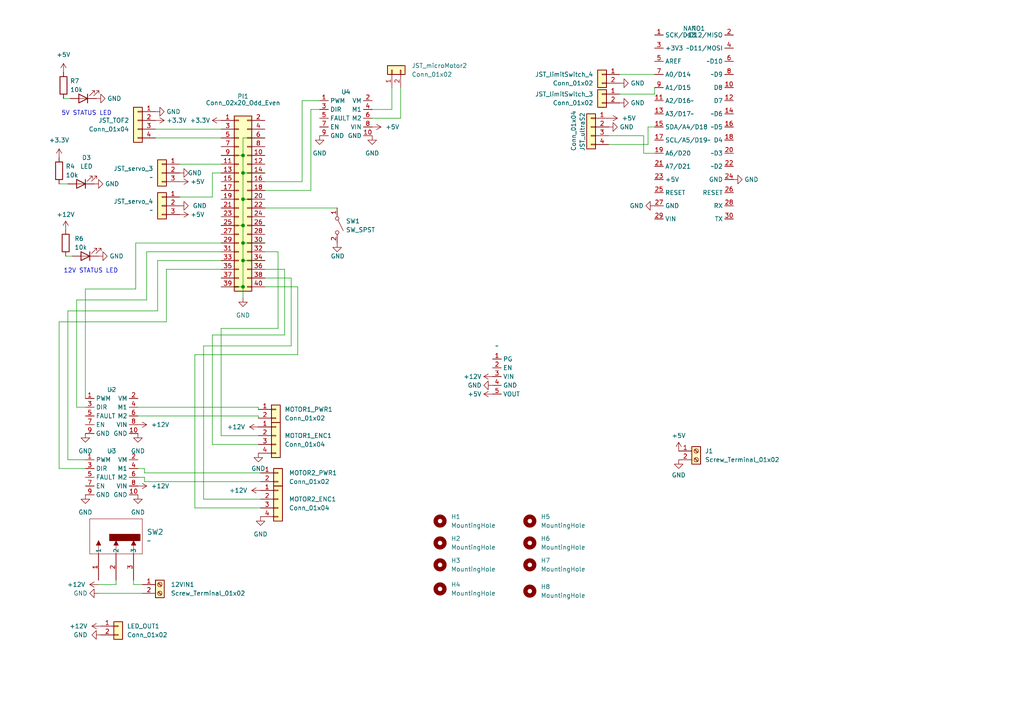
<source format=kicad_sch>
(kicad_sch (version 20230121) (generator eeschema)
  (paper "A4")
  (lib_symbols
    (symbol "Analog_Switch:OS102011MS2QN1" (pin_names (offset 0.254))
      (property "Reference" "SW" (at 13.97 8.255 0))
      (property "Value" "OS102011MS2QN1" (at 20.32 5.08 0))
      (symbol "OS102011MS2QN1_0_1"
        (polyline (pts (xy 7.62 -12.7) (xy 17.78 -12.7)) (stroke (width 0.127)))
        (polyline (pts (xy 7.62 -10.16) (xy 11.43 -10.16)) (stroke (width 0.127)))
        (polyline (pts (xy 7.62 -5.08) (xy 11.43 -5.08)) (stroke (width 0.127)))
        (polyline (pts (xy 7.62 0) (xy 11.43 0)) (stroke (width 0.127)))
        (polyline (pts (xy 7.62 2.54) (xy 7.62 -12.7)) (stroke (width 0.127)))
        (polyline (pts (xy 10.16 -9.525) (xy 10.16 -10.795)) (stroke (width 0.127)))
        (polyline (pts (xy 10.16 -4.445) (xy 10.16 -5.715)) (stroke (width 0.127)))
        (polyline (pts (xy 10.16 0.635) (xy 10.16 -0.635)) (stroke (width 0.127)))
        (polyline (pts (xy 11.43 -12.065) (xy 13.335 -12.065)) (stroke (width 0.127)))
        (polyline (pts (xy 11.43 -10.16) (xy 10.16 -10.795)) (stroke (width 0.127)))
        (polyline (pts (xy 11.43 -10.16) (xy 10.16 -9.525)) (stroke (width 0.127)))
        (polyline (pts (xy 11.43 -5.08) (xy 10.16 -5.715)) (stroke (width 0.127)))
        (polyline (pts (xy 11.43 -5.08) (xy 10.16 -4.445)) (stroke (width 0.127)))
        (polyline (pts (xy 11.43 -3.175) (xy 11.43 -12.065)) (stroke (width 0.127)))
        (polyline (pts (xy 11.43 0) (xy 10.16 -0.635)) (stroke (width 0.127)))
        (polyline (pts (xy 11.43 0) (xy 10.16 0.635)) (stroke (width 0.127)))
        (polyline (pts (xy 13.335 -12.065) (xy 13.335 -3.175)) (stroke (width 0.127)))
        (polyline (pts (xy 13.335 -3.175) (xy 11.43 -3.175)) (stroke (width 0.127)))
        (polyline (pts (xy 17.78 -12.7) (xy 17.78 2.54)) (stroke (width 0.127)))
        (polyline (pts (xy 17.78 2.54) (xy 7.62 2.54)) (stroke (width 0.127)))
        (polyline (pts (xy 10.16 -9.525) (xy 10.16 -10.795) (xy 11.43 -10.16)) (fill (type outline)))
        (polyline (pts (xy 10.16 -4.445) (xy 10.16 -5.715) (xy 11.43 -5.08)) (fill (type outline)))
        (polyline (pts (xy 10.16 0.635) (xy 10.16 -0.635) (xy 11.43 0)) (fill (type outline)))
        (polyline (pts (xy 11.43 -3.175) (xy 11.43 -12.065) (xy 13.335 -12.065) (xy 13.335 -3.175)) (fill (type outline)))
        (pin unspecified line (at 0 0 0) (length 7.62) (name "1") (number "1"))
        (pin unspecified line (at 0 -5.08 0) (length 7.62) (name "2") (number "2"))
        (pin unspecified line (at 0 -10.16 0) (length 7.62) (name "3") (number "3"))
      )
    )
    (symbol "Connector:Screw_Terminal_01x02" (pin_names (offset 1.016) hide)
      (property "Reference" "J" (at 0 2.54 0))
      (property "Value" "Screw_Terminal_01x02" (at 0 -5.08 0))
      (symbol "Screw_Terminal_01x02_1_1"
        (rectangle (start -1.27 1.27) (end 1.27 -3.81) (stroke (width 0.254)) (fill (type background)))
        (circle (center 0 -2.54) (radius 0.635) (stroke (width 0.1524)))
        (polyline (pts (xy -0.5334 -2.2098) (xy 0.3302 -3.048)) (stroke (width 0.1524)))
        (polyline (pts (xy -0.5334 0.3302) (xy 0.3302 -0.508)) (stroke (width 0.1524)))
        (polyline (pts (xy -0.3556 -2.032) (xy 0.508 -2.8702)) (stroke (width 0.1524)))
        (polyline (pts (xy -0.3556 0.508) (xy 0.508 -0.3302)) (stroke (width 0.1524)))
        (circle (center 0 0) (radius 0.635) (stroke (width 0.1524)))
        (pin passive line (at -5.08 0 0) (length 3.81) (name "Pin_1") (number "1"))
        (pin passive line (at -5.08 -2.54 0) (length 3.81) (name "Pin_2") (number "2"))
      )
    )
    (symbol "Connector_Generic:Conn_01x02" (pin_names (offset 1.016) hide)
      (property "Reference" "J" (at 0 2.54 0))
      (property "Value" "Conn_01x02" (at 0 -5.08 0))
      (symbol "Conn_01x02_1_1"
        (rectangle (start -1.27 -2.413) (end 0 -2.667) (stroke (width 0.1524)))
        (rectangle (start -1.27 0.127) (end 0 -0.127) (stroke (width 0.1524)))
        (rectangle (start -1.27 1.27) (end 1.27 -3.81) (stroke (width 0.254)) (fill (type background)))
        (pin passive line (at -5.08 0 0) (length 3.81) (name "Pin_1") (number "1"))
        (pin passive line (at -5.08 -2.54 0) (length 3.81) (name "Pin_2") (number "2"))
      )
    )
    (symbol "Connector_Generic:Conn_01x03" (pin_names (offset 1.016) hide)
      (property "Reference" "J" (at 0 5.08 0))
      (property "Value" "Conn_01x03" (at 0 -5.08 0))
      (symbol "Conn_01x03_1_1"
        (rectangle (start -1.27 -2.413) (end 0 -2.667) (stroke (width 0.1524)))
        (rectangle (start -1.27 0.127) (end 0 -0.127) (stroke (width 0.1524)))
        (rectangle (start -1.27 2.667) (end 0 2.413) (stroke (width 0.1524)))
        (rectangle (start -1.27 3.81) (end 1.27 -3.81) (stroke (width 0.254)) (fill (type background)))
        (pin passive line (at -5.08 2.54 0) (length 3.81) (name "Pin_1") (number "1"))
        (pin passive line (at -5.08 0 0) (length 3.81) (name "Pin_2") (number "2"))
        (pin passive line (at -5.08 -2.54 0) (length 3.81) (name "Pin_3") (number "3"))
      )
    )
    (symbol "Connector_Generic:Conn_01x04" (pin_names (offset 1.016) hide)
      (property "Reference" "J" (at 0 5.08 0))
      (property "Value" "Conn_01x04" (at 0 -7.62 0))
      (symbol "Conn_01x04_1_1"
        (rectangle (start -1.27 -4.953) (end 0 -5.207) (stroke (width 0.1524)))
        (rectangle (start -1.27 -2.413) (end 0 -2.667) (stroke (width 0.1524)))
        (rectangle (start -1.27 0.127) (end 0 -0.127) (stroke (width 0.1524)))
        (rectangle (start -1.27 2.667) (end 0 2.413) (stroke (width 0.1524)))
        (rectangle (start -1.27 3.81) (end 1.27 -6.35) (stroke (width 0.254)) (fill (type background)))
        (pin passive line (at -5.08 2.54 0) (length 3.81) (name "Pin_1") (number "1"))
        (pin passive line (at -5.08 0 0) (length 3.81) (name "Pin_2") (number "2"))
        (pin passive line (at -5.08 -2.54 0) (length 3.81) (name "Pin_3") (number "3"))
        (pin passive line (at -5.08 -5.08 0) (length 3.81) (name "Pin_4") (number "4"))
      )
    )
    (symbol "Connector_Generic:Conn_02x20_Odd_Even" (pin_names (offset 1.016) hide)
      (property "Reference" "J" (at 1.27 25.4 0))
      (property "Value" "Conn_02x20_Odd_Even" (at 1.27 -27.94 0))
      (symbol "Conn_02x20_Odd_Even_1_1"
        (rectangle (start -1.27 -25.273) (end 0 -25.527) (stroke (width 0.1524)))
        (rectangle (start -1.27 -22.733) (end 0 -22.987) (stroke (width 0.1524)))
        (rectangle (start -1.27 -20.193) (end 0 -20.447) (stroke (width 0.1524)))
        (rectangle (start -1.27 -17.653) (end 0 -17.907) (stroke (width 0.1524)))
        (rectangle (start -1.27 -15.113) (end 0 -15.367) (stroke (width 0.1524)))
        (rectangle (start -1.27 -12.573) (end 0 -12.827) (stroke (width 0.1524)))
        (rectangle (start -1.27 -10.033) (end 0 -10.287) (stroke (width 0.1524)))
        (rectangle (start -1.27 -7.493) (end 0 -7.747) (stroke (width 0.1524)))
        (rectangle (start -1.27 -4.953) (end 0 -5.207) (stroke (width 0.1524)))
        (rectangle (start -1.27 -2.413) (end 0 -2.667) (stroke (width 0.1524)))
        (rectangle (start -1.27 0.127) (end 0 -0.127) (stroke (width 0.1524)))
        (rectangle (start -1.27 2.667) (end 0 2.413) (stroke (width 0.1524)))
        (rectangle (start -1.27 5.207) (end 0 4.953) (stroke (width 0.1524)))
        (rectangle (start -1.27 7.747) (end 0 7.493) (stroke (width 0.1524)))
        (rectangle (start -1.27 10.287) (end 0 10.033) (stroke (width 0.1524)))
        (rectangle (start -1.27 12.827) (end 0 12.573) (stroke (width 0.1524)))
        (rectangle (start -1.27 15.367) (end 0 15.113) (stroke (width 0.1524)))
        (rectangle (start -1.27 17.907) (end 0 17.653) (stroke (width 0.1524)))
        (rectangle (start -1.27 20.447) (end 0 20.193) (stroke (width 0.1524)))
        (rectangle (start -1.27 22.987) (end 0 22.733) (stroke (width 0.1524)))
        (rectangle (start -1.27 24.13) (end 3.81 -26.67) (stroke (width 0.254)) (fill (type background)))
        (rectangle (start 3.81 -25.273) (end 2.54 -25.527) (stroke (width 0.1524)))
        (rectangle (start 3.81 -22.733) (end 2.54 -22.987) (stroke (width 0.1524)))
        (rectangle (start 3.81 -20.193) (end 2.54 -20.447) (stroke (width 0.1524)))
        (rectangle (start 3.81 -17.653) (end 2.54 -17.907) (stroke (width 0.1524)))
        (rectangle (start 3.81 -15.113) (end 2.54 -15.367) (stroke (width 0.1524)))
        (rectangle (start 3.81 -12.573) (end 2.54 -12.827) (stroke (width 0.1524)))
        (rectangle (start 3.81 -10.033) (end 2.54 -10.287) (stroke (width 0.1524)))
        (rectangle (start 3.81 -7.493) (end 2.54 -7.747) (stroke (width 0.1524)))
        (rectangle (start 3.81 -4.953) (end 2.54 -5.207) (stroke (width 0.1524)))
        (rectangle (start 3.81 -2.413) (end 2.54 -2.667) (stroke (width 0.1524)))
        (rectangle (start 3.81 0.127) (end 2.54 -0.127) (stroke (width 0.1524)))
        (rectangle (start 3.81 2.667) (end 2.54 2.413) (stroke (width 0.1524)))
        (rectangle (start 3.81 5.207) (end 2.54 4.953) (stroke (width 0.1524)))
        (rectangle (start 3.81 7.747) (end 2.54 7.493) (stroke (width 0.1524)))
        (rectangle (start 3.81 10.287) (end 2.54 10.033) (stroke (width 0.1524)))
        (rectangle (start 3.81 12.827) (end 2.54 12.573) (stroke (width 0.1524)))
        (rectangle (start 3.81 15.367) (end 2.54 15.113) (stroke (width 0.1524)))
        (rectangle (start 3.81 17.907) (end 2.54 17.653) (stroke (width 0.1524)))
        (rectangle (start 3.81 20.447) (end 2.54 20.193) (stroke (width 0.1524)))
        (rectangle (start 3.81 22.987) (end 2.54 22.733) (stroke (width 0.1524)))
        (pin passive line (at -5.08 22.86 0) (length 3.81) (name "Pin_1") (number "1"))
        (pin passive line (at 7.62 12.7 180) (length 3.81) (name "Pin_10") (number "10"))
        (pin passive line (at -5.08 10.16 0) (length 3.81) (name "Pin_11") (number "11"))
        (pin passive line (at 7.62 10.16 180) (length 3.81) (name "Pin_12") (number "12"))
        (pin passive line (at -5.08 7.62 0) (length 3.81) (name "Pin_13") (number "13"))
        (pin passive line (at 7.62 7.62 180) (length 3.81) (name "Pin_14") (number "14"))
        (pin passive line (at -5.08 5.08 0) (length 3.81) (name "Pin_15") (number "15"))
        (pin passive line (at 7.62 5.08 180) (length 3.81) (name "Pin_16") (number "16"))
        (pin passive line (at -5.08 2.54 0) (length 3.81) (name "Pin_17") (number "17"))
        (pin passive line (at 7.62 2.54 180) (length 3.81) (name "Pin_18") (number "18"))
        (pin passive line (at -5.08 0 0) (length 3.81) (name "Pin_19") (number "19"))
        (pin passive line (at 7.62 22.86 180) (length 3.81) (name "Pin_2") (number "2"))
        (pin passive line (at 7.62 0 180) (length 3.81) (name "Pin_20") (number "20"))
        (pin passive line (at -5.08 -2.54 0) (length 3.81) (name "Pin_21") (number "21"))
        (pin passive line (at 7.62 -2.54 180) (length 3.81) (name "Pin_22") (number "22"))
        (pin passive line (at -5.08 -5.08 0) (length 3.81) (name "Pin_23") (number "23"))
        (pin passive line (at 7.62 -5.08 180) (length 3.81) (name "Pin_24") (number "24"))
        (pin passive line (at -5.08 -7.62 0) (length 3.81) (name "Pin_25") (number "25"))
        (pin passive line (at 7.62 -7.62 180) (length 3.81) (name "Pin_26") (number "26"))
        (pin passive line (at -5.08 -10.16 0) (length 3.81) (name "Pin_27") (number "27"))
        (pin passive line (at 7.62 -10.16 180) (length 3.81) (name "Pin_28") (number "28"))
        (pin passive line (at -5.08 -12.7 0) (length 3.81) (name "Pin_29") (number "29"))
        (pin passive line (at -5.08 20.32 0) (length 3.81) (name "Pin_3") (number "3"))
        (pin passive line (at 7.62 -12.7 180) (length 3.81) (name "Pin_30") (number "30"))
        (pin passive line (at -5.08 -15.24 0) (length 3.81) (name "Pin_31") (number "31"))
        (pin passive line (at 7.62 -15.24 180) (length 3.81) (name "Pin_32") (number "32"))
        (pin passive line (at -5.08 -17.78 0) (length 3.81) (name "Pin_33") (number "33"))
        (pin passive line (at 7.62 -17.78 180) (length 3.81) (name "Pin_34") (number "34"))
        (pin passive line (at -5.08 -20.32 0) (length 3.81) (name "Pin_35") (number "35"))
        (pin passive line (at 7.62 -20.32 180) (length 3.81) (name "Pin_36") (number "36"))
        (pin passive line (at -5.08 -22.86 0) (length 3.81) (name "Pin_37") (number "37"))
        (pin passive line (at 7.62 -22.86 180) (length 3.81) (name "Pin_38") (number "38"))
        (pin passive line (at -5.08 -25.4 0) (length 3.81) (name "Pin_39") (number "39"))
        (pin passive line (at 7.62 20.32 180) (length 3.81) (name "Pin_4") (number "4"))
        (pin passive line (at 7.62 -25.4 180) (length 3.81) (name "Pin_40") (number "40"))
        (pin passive line (at -5.08 17.78 0) (length 3.81) (name "Pin_5") (number "5"))
        (pin passive line (at 7.62 17.78 180) (length 3.81) (name "Pin_6") (number "6"))
        (pin passive line (at -5.08 15.24 0) (length 3.81) (name "Pin_7") (number "7"))
        (pin passive line (at 7.62 15.24 180) (length 3.81) (name "Pin_8") (number "8"))
        (pin passive line (at -5.08 12.7 0) (length 3.81) (name "Pin_9") (number "9"))
      )
    )
    (symbol "Device:LED" (pin_numbers hide) (pin_names (offset 1.016) hide)
      (property "Reference" "D" (at 0 2.54 0))
      (property "Value" "LED" (at 0 -2.54 0))
      (symbol "LED_0_1"
        (polyline (pts (xy -1.27 -1.27) (xy -1.27 1.27)) (stroke (width 0.254)))
        (polyline (pts (xy -1.27 0) (xy 1.27 0)))
        (polyline (pts (xy 1.27 -1.27) (xy 1.27 1.27) (xy -1.27 0) (xy 1.27 -1.27)) (stroke (width 0.254)))
        (polyline (pts (xy -3.048 -0.762) (xy -4.572 -2.286) (xy -3.81 -2.286) (xy -4.572 -2.286) (xy -4.572 -1.524)))
        (polyline (pts (xy -1.778 -0.762) (xy -3.302 -2.286) (xy -2.54 -2.286) (xy -3.302 -2.286) (xy -3.302 -1.524)))
      )
      (symbol "LED_1_1"
        (pin passive line (at -3.81 0 0) (length 2.54) (name "K") (number "1"))
        (pin passive line (at 3.81 0 180) (length 2.54) (name "A") (number "2"))
      )
    )
    (symbol "Device:R" (pin_numbers hide) (pin_names (offset 0))
      (property "Reference" "R" (at 2.032 0 90))
      (property "Value" "R" (at 0 0 90))
      (symbol "R_0_1"
        (rectangle (start -1.016 -2.54) (end 1.016 2.54) (stroke (width 0.254)))
      )
      (symbol "R_1_1"
        (pin passive line (at 0 3.81 270) (length 1.27) (name "~") (number "1"))
        (pin passive line (at 0 -3.81 90) (length 1.27) (name "~") (number "2"))
      )
    )
    (symbol "MAX14870_1"
      (property "Reference" "U" (at 0 0 0))
      (symbol "MAX14870_1_1_1"
        (pin input line (at -7.62 -2.54 0) (length 2.54) (name "PWM") (number "1"))
        (pin input line (at 7.62 -12.7 180) (length 2.54) (name "GND") (number "10"))
        (pin input line (at 7.62 -2.54 180) (length 2.54) (name "VM") (number "2"))
        (pin input line (at -7.62 -5.08 0) (length 2.54) (name "DIR") (number "3"))
        (pin input line (at 7.62 -5.08 180) (length 2.54) (name "M1") (number "4"))
        (pin input line (at -7.62 -7.62 0) (length 2.54) (name "FAULT") (number "5"))
        (pin input line (at 7.62 -7.62 180) (length 2.54) (name "M2") (number "6"))
        (pin input line (at -7.62 -10.16 0) (length 2.54) (name "EN") (number "7"))
        (pin input line (at 7.62 -10.16 180) (length 2.54) (name "VIN") (number "8"))
        (pin input line (at -7.62 -12.7 0) (length 2.54) (name "GND") (number "9"))
      )
    )
    (symbol "MAX14870_2"
      (property "Reference" "U" (at 0 0 0))
      (symbol "MAX14870_2_1_1"
        (pin input line (at -7.62 -2.54 0) (length 2.54) (name "PWM") (number "1"))
        (pin input line (at 7.62 -12.7 180) (length 2.54) (name "GND") (number "10"))
        (pin input line (at 7.62 -2.54 180) (length 2.54) (name "VM") (number "2"))
        (pin input line (at -7.62 -5.08 0) (length 2.54) (name "DIR") (number "3"))
        (pin input line (at 7.62 -5.08 180) (length 2.54) (name "M1") (number "4"))
        (pin input line (at -7.62 -7.62 0) (length 2.54) (name "FAULT") (number "5"))
        (pin input line (at 7.62 -7.62 180) (length 2.54) (name "M2") (number "6"))
        (pin input line (at -7.62 -10.16 0) (length 2.54) (name "EN") (number "7"))
        (pin input line (at 7.62 -10.16 180) (length 2.54) (name "VIN") (number "8"))
        (pin input line (at -7.62 -12.7 0) (length 2.54) (name "GND") (number "9"))
      )
    )
    (symbol "Mechanical:MountingHole" (pin_names (offset 1.016))
      (property "Reference" "H" (at 0 5.08 0))
      (property "Value" "MountingHole" (at 0 3.175 0))
      (symbol "MountingHole_0_1"
        (circle (center 0 0) (radius 1.27) (stroke (width 1.27)))
      )
    )
    (symbol "New_Library:Arduino_Nano"
      (property "Reference" "U" (at 0 0 0))
      (symbol "Arduino_Nano_1_1"
        (pin free line (at -11.43 -2.54 0) (length 2.54) (name "SCK/D13") (number "1"))
        (pin bidirectional line (at 11.43 -17.78 180) (length 2.54) (name "D8") (number "10"))
        (pin bidirectional line (at -11.43 -21.59 0) (length 2.54) (name "A2/D16~") (number "11"))
        (pin bidirectional line (at 11.43 -21.59 180) (length 2.54) (name "D7") (number "12"))
        (pin bidirectional line (at -11.43 -25.4 0) (length 2.54) (name "A3/D17~") (number "13"))
        (pin bidirectional line (at 11.43 -25.4 180) (length 2.54) (name "~D6") (number "14"))
        (pin bidirectional line (at -11.43 -29.21 0) (length 2.54) (name "SDA/A4/D18") (number "15"))
        (pin bidirectional line (at 11.43 -29.21 180) (length 2.54) (name "~D5") (number "16"))
        (pin bidirectional line (at -11.43 -33.02 0) (length 2.54) (name "SCL/A5/D19~") (number "17"))
        (pin bidirectional line (at 11.43 -33.02 180) (length 2.54) (name "D4") (number "18"))
        (pin bidirectional line (at -11.43 -36.83 0) (length 2.54) (name "A6/D20") (number "19"))
        (pin bidirectional line (at 11.43 -2.54 180) (length 2.54) (name "~D12/MISO") (number "2"))
        (pin bidirectional line (at 11.43 -36.83 180) (length 2.54) (name "~D3") (number "20"))
        (pin bidirectional line (at -11.43 -40.64 0) (length 2.54) (name "A7/D21") (number "21"))
        (pin bidirectional line (at 11.43 -40.64 180) (length 2.54) (name "~D2") (number "22"))
        (pin bidirectional line (at -11.43 -44.45 0) (length 2.54) (name "+5V") (number "23"))
        (pin bidirectional line (at 11.43 -44.45 180) (length 2.54) (name "GND") (number "24"))
        (pin bidirectional line (at -11.43 -48.26 0) (length 2.54) (name "RESET") (number "25"))
        (pin bidirectional line (at 11.43 -48.26 180) (length 2.54) (name "RESET") (number "26"))
        (pin bidirectional line (at -11.43 -52.07 0) (length 2.54) (name "GND") (number "27"))
        (pin bidirectional line (at 11.43 -52.07 180) (length 2.54) (name "RX") (number "28"))
        (pin bidirectional line (at -11.43 -55.88 0) (length 2.54) (name "VIN") (number "29"))
        (pin free line (at -11.43 -6.35 0) (length 2.54) (name "+3V3") (number "3"))
        (pin bidirectional line (at 11.43 -55.88 180) (length 2.54) (name "TX") (number "30"))
        (pin bidirectional line (at 11.43 -6.35 180) (length 2.54) (name "~D11/MOSI") (number "4"))
        (pin bidirectional line (at -11.43 -10.16 0) (length 2.54) (name "AREF") (number "5"))
        (pin bidirectional line (at 11.43 -10.16 180) (length 2.54) (name "~D10") (number "6"))
        (pin bidirectional line (at -11.43 -13.97 0) (length 2.54) (name "A0/D14") (number "7"))
        (pin bidirectional line (at 11.43 -13.97 180) (length 2.54) (name "~D9") (number "8"))
        (pin bidirectional line (at -11.43 -17.78 0) (length 2.54) (name "A1/D15") (number "9"))
      )
    )
    (symbol "New_Library:D24V22F5"
      (property "Reference" "U" (at 0 0 0))
      (symbol "D24V22F5_1_1"
        (pin output line (at -1.27 -3.81 0) (length 2.54) (name "PG") (number "1"))
        (pin input line (at -1.27 -6.35 0) (length 2.54) (name "EN") (number "2"))
        (pin input line (at -1.27 -8.89 0) (length 2.54) (name "VIN") (number "3"))
        (pin passive line (at -1.27 -11.43 0) (length 2.54) (name "GND") (number "4"))
        (pin output line (at -1.27 -13.97 0) (length 2.54) (name "VOUT") (number "5"))
      )
    )
    (symbol "New_Library:MAX14870"
      (property "Reference" "U" (at 0 0 0))
      (symbol "MAX14870_1_1"
        (pin input line (at -7.62 -2.54 0) (length 2.54) (name "PWM") (number "1"))
        (pin input line (at 7.62 -12.7 180) (length 2.54) (name "GND") (number "10"))
        (pin input line (at 7.62 -2.54 180) (length 2.54) (name "VM") (number "2"))
        (pin input line (at -7.62 -5.08 0) (length 2.54) (name "DIR") (number "3"))
        (pin input line (at 7.62 -5.08 180) (length 2.54) (name "M1") (number "4"))
        (pin input line (at -7.62 -7.62 0) (length 2.54) (name "FAULT") (number "5"))
        (pin input line (at 7.62 -7.62 180) (length 2.54) (name "M2") (number "6"))
        (pin input line (at -7.62 -10.16 0) (length 2.54) (name "EN") (number "7"))
        (pin input line (at 7.62 -10.16 180) (length 2.54) (name "VIN") (number "8"))
        (pin input line (at -7.62 -12.7 0) (length 2.54) (name "GND") (number "9"))
      )
    )
    (symbol "Switch:SW_SPST" (pin_names (offset 0) hide)
      (property "Reference" "SW" (at 0 3.175 0))
      (property "Value" "SW_SPST" (at 0 -2.54 0))
      (symbol "SW_SPST_0_0"
        (circle (center -2.032 0) (radius 0.508))
        (polyline (pts (xy -1.524 0.254) (xy 1.524 1.778)))
        (circle (center 2.032 0) (radius 0.508))
      )
      (symbol "SW_SPST_1_1"
        (pin passive line (at -5.08 0 0) (length 2.54) (name "A") (number "1"))
        (pin passive line (at 5.08 0 180) (length 2.54) (name "B") (number "2"))
      )
    )
    (symbol "power:+12V" (power) (pin_names (offset 0))
      (property "Value" "+12V" (at 0 3.556 0))
      (symbol "+12V_0_1"
        (polyline (pts (xy -0.762 1.27) (xy 0 2.54)))
        (polyline (pts (xy 0 0) (xy 0 2.54)))
        (polyline (pts (xy 0 2.54) (xy 0.762 1.27)))
      )
      (symbol "+12V_1_1"
        (pin power_in line (at 0 0 90) (length 0) hide (name "+12V") (number "1"))
      )
    )
    (symbol "power:+3.3V" (power) (pin_names (offset 0))
      (property "Value" "+3.3V" (at 0 3.556 0))
      (symbol "+3.3V_0_1"
        (polyline (pts (xy -0.762 1.27) (xy 0 2.54)))
        (polyline (pts (xy 0 0) (xy 0 2.54)))
        (polyline (pts (xy 0 2.54) (xy 0.762 1.27)))
      )
      (symbol "+3.3V_1_1"
        (pin power_in line (at 0 0 90) (length 0) hide (name "+3.3V") (number "1"))
      )
    )
    (symbol "power:+5V" (power) (pin_names (offset 0))
      (property "Value" "+5V" (at 0 3.556 0))
      (symbol "+5V_0_1"
        (polyline (pts (xy -0.762 1.27) (xy 0 2.54)))
        (polyline (pts (xy 0 0) (xy 0 2.54)))
        (polyline (pts (xy 0 2.54) (xy 0.762 1.27)))
      )
      (symbol "+5V_1_1"
        (pin power_in line (at 0 0 90) (length 0) hide (name "+5V") (number "1"))
      )
    )
    (symbol "power:GND" (power) (pin_names (offset 0))
      (property "Value" "GND" (at 0 -3.81 0))
      (symbol "GND_0_1"
        (polyline (pts (xy 0 0) (xy 0 -1.27) (xy 1.27 -1.27) (xy 0 -2.54) (xy -1.27 -1.27) (xy 0 -1.27)))
      )
      (symbol "GND_1_1"
        (pin power_in line (at 0 0 270) (length 0) hide (name "GND") (number "1"))
      )
    )
  )
  (junction (at 70.485 75.565))
  (junction (at 70.485 45.085))
  (junction (at 70.485 70.485))
  (junction (at 70.485 83.185))
  (junction (at 70.485 65.405))
  (junction (at 70.485 57.785))
  (junction (at 70.485 50.165))
  (wire (pts (xy 52.07 47.625) (xy 64.135 47.625)))
  (wire (pts (xy 187.96 41.91) (xy 176.53 41.91)))
  (wire (pts (xy 87.63 29.21) (xy 92.71 29.21)))
  (wire (pts (xy 61.595 128.905) (xy 74.93 128.905)))
  (wire (pts (xy 41.91 135.89) (xy 41.91 137.16)))
  (wire (pts (xy 28.575 169.545) (xy 33.655 169.545)))
  (wire (pts (xy 70.485 83.185) (xy 70.485 86.36)))
  (wire (pts (xy 19.685 133.35) (xy 24.765 133.35)))
  (wire (pts (xy 86.36 102.87) (xy 86.36 83.185)))
  (wire (pts (xy 41.91 138.43) (xy 41.91 139.7)))
  (wire (pts (xy 59.055 100.33) (xy 59.055 144.78)))
  (wire (pts (xy 48.26 93.345) (xy 48.26 78.105)))
  (wire (pts (xy 70.485 75.565) (xy 70.485 83.185)))
  (wire (pts (xy 56.515 102.87) (xy 86.36 102.87)))
  (wire (pts (xy 24.765 83.82) (xy 39.37 83.82)))
  (wire (pts (xy 187.96 36.83) (xy 187.96 41.91)))
  (wire (pts (xy 33.655 169.545) (xy 33.655 168.275)))
  (wire (pts (xy 84.455 80.645) (xy 84.455 100.33)))
  (wire (pts (xy 40.005 120.65) (xy 74.93 120.65)))
  (wire (pts (xy 48.26 78.105) (xy 64.135 78.105)))
  (wire (pts (xy 186.69 39.37) (xy 186.69 44.45)))
  (wire (pts (xy 116.205 25.4) (xy 116.205 34.29)))
  (wire (pts (xy 22.225 118.11) (xy 22.225 86.995)))
  (wire (pts (xy 90.17 31.75) (xy 90.17 55.245)))
  (wire (pts (xy 64.135 126.365) (xy 74.93 126.365)))
  (wire (pts (xy 56.515 147.32) (xy 56.515 102.87)))
  (wire (pts (xy 75.565 147.32) (xy 56.515 147.32)))
  (wire (pts (xy 17.145 135.89) (xy 17.145 93.345)))
  (wire (pts (xy 176.53 39.37) (xy 186.69 39.37)))
  (wire (pts (xy 70.485 70.485) (xy 76.835 70.485)))
  (wire (pts (xy 61.595 50.165) (xy 61.595 57.15)))
  (wire (pts (xy 84.455 100.33) (xy 59.055 100.33)))
  (wire (pts (xy 24.765 135.89) (xy 17.145 135.89)))
  (wire (pts (xy 24.765 118.11) (xy 22.225 118.11)))
  (wire (pts (xy 40.005 138.43) (xy 41.91 138.43)))
  (wire (pts (xy 19.05 74.295) (xy 20.955 74.295)))
  (wire (pts (xy 70.485 65.405) (xy 70.485 70.485)))
  (wire (pts (xy 18.415 28.575) (xy 20.32 28.575)))
  (wire (pts (xy 64.135 45.085) (xy 70.485 45.085)))
  (wire (pts (xy 24.765 115.57) (xy 24.765 83.82)))
  (wire (pts (xy 45.72 75.565) (xy 45.72 90.17)))
  (wire (pts (xy 70.485 45.085) (xy 70.485 40.005)))
  (wire (pts (xy 70.485 45.085) (xy 70.485 50.165)))
  (wire (pts (xy 45.085 37.465) (xy 64.135 37.465)))
  (wire (pts (xy 41.275 172.085) (xy 28.575 172.085)))
  (wire (pts (xy 70.485 70.485) (xy 70.485 75.565)))
  (wire (pts (xy 116.205 34.29) (xy 107.95 34.29)))
  (wire (pts (xy 38.735 169.545) (xy 38.735 168.275)))
  (wire (pts (xy 74.93 118.11) (xy 74.93 118.745)))
  (wire (pts (xy 40.005 135.89) (xy 41.91 135.89)))
  (wire (pts (xy 113.665 31.75) (xy 113.665 25.4)))
  (wire (pts (xy 17.145 53.34) (xy 19.685 53.34)))
  (wire (pts (xy 179.705 27.305) (xy 189.865 27.305)))
  (wire (pts (xy 82.55 97.155) (xy 61.595 97.155)))
  (wire (pts (xy 76.835 80.645) (xy 84.455 80.645)))
  (wire (pts (xy 189.865 27.305) (xy 189.865 25.4)))
  (wire (pts (xy 39.37 70.485) (xy 64.135 70.485)))
  (wire (pts (xy 39.37 83.82) (xy 39.37 70.485)))
  (wire (pts (xy 70.485 65.405) (xy 64.135 65.405)))
  (wire (pts (xy 42.545 86.995) (xy 42.545 73.025)))
  (wire (pts (xy 76.835 73.025) (xy 80.645 73.025)))
  (wire (pts (xy 187.96 36.83) (xy 189.865 36.83)))
  (wire (pts (xy 61.595 50.165) (xy 64.135 50.165)))
  (wire (pts (xy 90.17 31.75) (xy 92.71 31.75)))
  (wire (pts (xy 64.135 95.25) (xy 64.135 126.365)))
  (wire (pts (xy 70.485 75.565) (xy 76.835 75.565)))
  (wire (pts (xy 42.545 73.025) (xy 64.135 73.025)))
  (wire (pts (xy 41.275 169.545) (xy 38.735 169.545)))
  (wire (pts (xy 70.485 50.165) (xy 70.485 57.785)))
  (wire (pts (xy 41.91 137.16) (xy 75.565 137.16)))
  (wire (pts (xy 70.485 57.785) (xy 76.835 57.785)))
  (wire (pts (xy 80.645 73.025) (xy 80.645 95.25)))
  (wire (pts (xy 22.225 86.995) (xy 42.545 86.995)))
  (wire (pts (xy 76.835 60.325) (xy 97.79 60.325)))
  (wire (pts (xy 70.485 50.165) (xy 76.835 50.165)))
  (wire (pts (xy 41.91 139.7) (xy 75.565 139.7)))
  (wire (pts (xy 70.485 57.785) (xy 70.485 65.405)))
  (wire (pts (xy 70.485 83.185) (xy 64.135 83.185)))
  (wire (pts (xy 70.485 40.005) (xy 76.835 40.005)))
  (wire (pts (xy 64.135 75.565) (xy 45.72 75.565)))
  (wire (pts (xy 107.95 31.75) (xy 113.665 31.75)))
  (wire (pts (xy 45.72 90.17) (xy 19.685 90.17)))
  (wire (pts (xy 186.69 44.45) (xy 189.865 44.45)))
  (wire (pts (xy 179.705 21.59) (xy 189.865 21.59)))
  (wire (pts (xy 19.685 90.17) (xy 19.685 133.35)))
  (wire (pts (xy 74.93 120.65) (xy 74.93 121.285)))
  (wire (pts (xy 61.595 57.15) (xy 52.07 57.15)))
  (wire (pts (xy 45.085 40.005) (xy 64.135 40.005)))
  (wire (pts (xy 40.005 118.11) (xy 74.93 118.11)))
  (wire (pts (xy 76.835 78.105) (xy 82.55 78.105)))
  (wire (pts (xy 80.645 95.25) (xy 64.135 95.25)))
  (wire (pts (xy 90.17 55.245) (xy 76.835 55.245)))
  (wire (pts (xy 61.595 97.155) (xy 61.595 128.905)))
  (wire (pts (xy 59.055 144.78) (xy 75.565 144.78)))
  (wire (pts (xy 82.55 78.105) (xy 82.55 97.155)))
  (wire (pts (xy 87.63 52.705) (xy 76.835 52.705)))
  (wire (pts (xy 17.145 93.345) (xy 48.26 93.345)))
  (wire (pts (xy 86.36 83.185) (xy 76.835 83.185)))
  (wire (pts (xy 87.63 29.21) (xy 87.63 52.705)))
  (text "5V STATUS LED\n" (at 17.78 33.655 0) (effects (font (size 1.27 1.27)) (justify left bottom)))
  (text "12V STATUS LED\n" (at 18.415 79.375 0) (effects (font (size 1.27 1.27)) (justify left bottom)))
  (symbol (lib_id "Connector_Generic:Conn_01x02") (at 174.625 27.305 0) (mirror y) (unit 1)
    (property "Reference" "JST_limitSwitch_3" (at 172.085 27.305 0) (effects (justify left)))
    (property "Value" "Conn_01x02" (at 172.085 29.845 0) (effects (justify left)))
    (property "Footprint" "Connector_JST:JST_PH_B2B-PH-K_1x02_P2.00mm_Vertical" (effects hide))
  )
  (symbol (lib_id "Mechanical:MountingHole") (at 153.67 171.45 0) (unit 1)
    (property "Reference" "H8" (at 156.845 170.18 0) (effects (justify left)))
    (property "Value" "MountingHole" (at 156.845 172.72 0) (effects (justify left)))
    (property "Footprint" "MountingHole:MountingHole_2.7mm_M2.5_Pad" (effects hide))
  )
  (symbol (lib_id "Connector_Generic:Conn_02x20_Odd_Even") (at 69.215 57.785 0) (unit 1)
    (property "Reference" "PI1" (at 70.485 27.94 0))
    (property "Value" "Conn_02x20_Odd_Even" (at 70.485 29.845 0))
    (property "Footprint" "Connector_PinHeader_2.54mm:PinHeader_2x20_P2.54mm_Vertical" (effects hide))
  )
  (symbol (lib_id "power:GND") (at 92.71 39.37 0) (unit 1)
    (property "Reference" "#PWR017" (effects hide))
    (property "Value" "GND" (at 92.71 44.45 0))
  )
  (symbol (lib_id "power:GND") (at 28.575 74.295 90) (unit 1)
    (property "Reference" "#PWR033" (effects hide))
    (property "Value" "GND" (at 31.75 74.295 90) (effects (justify right)))
  )
  (symbol (lib_id "Device:R") (at 18.415 24.765 180) (unit 1)
    (property "Reference" "R7" (at 20.32 23.495 0) (effects (justify right)))
    (property "Value" "10k" (at 20.32 26.035 0) (effects (justify right)))
    (property "Footprint" "Resistor_SMD:R_0603_1608Metric" (effects hide))
  )
  (symbol (lib_id "power:GND") (at 75.565 149.86 0) (unit 1)
    (property "Reference" "#PWR04" (effects hide))
    (property "Value" "GND" (at 75.565 154.94 0))
  )
  (symbol (lib_id "power:+12V") (at 142.875 109.22 90) (unit 1)
    (property "Reference" "#PWR034" (effects hide))
    (property "Value" "+12V" (at 139.7 109.22 90) (effects (justify left)))
  )
  (symbol (lib_id "Connector:Screw_Terminal_01x02") (at 201.93 130.81 0) (unit 1)
    (property "Reference" "J1" (at 204.47 130.81 0) (effects (justify left)))
    (property "Value" "Screw_Terminal_01x02" (at 204.47 133.35 0) (effects (justify left)))
    (property "Footprint" "TerminalBlock:TerminalBlock_Altech_AK300-2_P5.00mm" (effects hide))
  )
  (symbol (lib_id "power:+5V") (at 52.07 62.23 270) (unit 1)
    (property "Reference" "#PWR030" (effects hide))
    (property "Value" "+5V" (at 55.245 62.23 90) (effects (justify left)))
  )
  (symbol (lib_id "power:GND") (at 176.53 36.83 90) (unit 1)
    (property "Reference" "#PWR02" (effects hide))
    (property "Value" "GND" (at 179.705 36.83 90) (effects (justify right)))
  )
  (symbol (lib_id "Analog_Switch:OS102011MS2QN1") (at 28.575 168.275 90) (unit 1)
    (property "Reference" "SW2" (at 42.545 154.305 90) (effects (font (size 1.524 1.524)) (justify right)))
    (property "Value" "~" (at 42.545 156.845 90) (effects (font (size 1.524 1.524)) (justify right)))
    (property "Footprint" "Button_Switch_THT:Generic_Slide_Switch" (effects hide))
  )
  (symbol (lib_id "power:+5V") (at 196.85 130.81 0) (unit 1)
    (property "Reference" "#PWR048" (effects hide))
    (property "Value" "+5V" (at 196.85 126.365 0))
  )
  (symbol (lib_id "power:GND") (at 27.94 28.575 90) (unit 1)
    (property "Reference" "#PWR025" (effects hide))
    (property "Value" "GND" (at 31.115 28.575 90) (effects (justify right)))
  )
  (symbol (lib_name "MAX14870_1") (lib_id "New_Library:MAX14870") (at 32.385 130.81 0) (unit 1)
    (property "Reference" "U3" (at 32.385 130.81 0))
    (property "Value" "~" (at 32.385 130.81 0))
    (property "Footprint" "Library:MAX14870" (effects hide))
  )
  (symbol (lib_id "Connector_Generic:Conn_01x02") (at 80.645 137.16 0) (unit 1)
    (property "Reference" "MOTOR2_PWR1" (at 83.82 137.16 0) (effects (justify left)))
    (property "Value" "Conn_01x02" (at 83.82 139.7 0) (effects (justify left)))
    (property "Footprint" "Connector_JST:JST_PH_B2B-PH-K_1x02_P2.00mm_Vertical" (effects hide))
  )
  (symbol (lib_id "Mechanical:MountingHole") (at 127.635 157.48 0) (unit 1)
    (property "Reference" "H2" (at 130.81 156.21 0) (effects (justify left)))
    (property "Value" "MountingHole" (at 130.81 158.75 0) (effects (justify left)))
    (property "Footprint" "MountingHole:MountingHole_3.2mm_M3_Pad" (effects hide))
  )
  (symbol (lib_id "power:GND") (at 28.575 172.085 270) (unit 1)
    (property "Reference" "#PWR08" (effects hide))
    (property "Value" "GND" (at 25.4 172.085 90) (effects (justify right)))
  )
  (symbol (lib_id "power:GND") (at 74.93 131.445 0) (unit 1)
    (property "Reference" "#PWR05" (effects hide))
    (property "Value" "GND" (at 74.93 135.89 0))
  )
  (symbol (lib_id "power:+12V") (at 75.565 142.24 90) (unit 1)
    (property "Reference" "#PWR06" (effects hide))
    (property "Value" "+12V" (at 71.755 142.24 90) (effects (justify left)))
  )
  (symbol (lib_id "power:+12V") (at 19.05 66.675 0) (unit 1)
    (property "Reference" "#PWR032" (effects hide))
    (property "Value" "+12V" (at 19.05 62.23 0))
  )
  (symbol (lib_id "New_Library:Arduino_Nano") (at 201.295 7.62 0) (unit 1)
    (property "Reference" "NANO1" (at 201.295 8.255 0))
    (property "Value" "~" (at 201.295 7.62 0))
    (property "Footprint" "Library:Arduino" (effects hide))
  )
  (symbol (lib_id "power:+12V") (at 40.005 140.97 270) (unit 1)
    (property "Reference" "#PWR013" (effects hide))
    (property "Value" "+12V" (at 43.815 140.97 90) (effects (justify left)))
  )
  (symbol (lib_id "power:GND") (at 196.85 133.35 0) (unit 1)
    (property "Reference" "#PWR049" (effects hide))
    (property "Value" "GND" (at 196.85 137.795 0))
  )
  (symbol (lib_id "Mechanical:MountingHole") (at 153.67 163.83 0) (unit 1)
    (property "Reference" "H7" (at 156.845 162.56 0) (effects (justify left)))
    (property "Value" "MountingHole" (at 156.845 165.1 0) (effects (justify left)))
    (property "Footprint" "MountingHole:MountingHole_2.7mm_M2.5_Pad" (effects hide))
  )
  (symbol (lib_id "Connector_Generic:Conn_01x04") (at 80.645 144.78 0) (unit 1)
    (property "Reference" "MOTOR2_ENC1" (at 83.82 144.78 0) (effects (justify left)))
    (property "Value" "Conn_01x04" (at 83.82 147.32 0) (effects (justify left)))
    (property "Footprint" "Connector_JST:JST_PH_B4B-PH-K_1x04_P2.00mm_Vertical" (effects hide))
  )
  (symbol (lib_id "power:GND") (at 97.79 70.485 0) (mirror y) (unit 1)
    (property "Reference" "#PWR046" (effects hide))
    (property "Value" "GND" (at 95.885 74.295 0) (effects (justify right)))
  )
  (symbol (lib_id "power:+3.3V") (at 64.135 34.925 90) (unit 1)
    (property "Reference" "#PWR044" (effects hide))
    (property "Value" "+3.3V" (at 60.96 34.925 90) (effects (justify left)))
  )
  (symbol (lib_id "power:+5V") (at 18.415 20.955 0) (unit 1)
    (property "Reference" "#PWR026" (effects hide))
    (property "Value" "+5V" (at 18.415 15.875 0))
  )
  (symbol (lib_id "power:GND") (at 212.725 52.07 90) (unit 1)
    (property "Reference" "#PWR016" (effects hide))
    (property "Value" "GND" (at 215.9 52.07 90) (effects (justify right)))
  )
  (symbol (lib_id "power:GND") (at 45.085 32.385 90) (unit 1)
    (property "Reference" "#PWR024" (effects hide))
    (property "Value" "GND" (at 48.26 32.385 90) (effects (justify right)))
  )
  (symbol (lib_id "power:+12V") (at 29.21 181.61 90) (unit 1)
    (property "Reference" "#PWR028" (effects hide))
    (property "Value" "+12V" (at 25.4 181.61 90) (effects (justify left)))
  )
  (symbol (lib_id "Device:R") (at 19.05 70.485 180) (unit 1)
    (property "Reference" "R6" (at 21.59 69.215 0) (effects (justify right)))
    (property "Value" "10k" (at 21.59 71.755 0) (effects (justify right)))
    (property "Footprint" "Resistor_SMD:R_0603_1608Metric" (effects hide))
  )
  (symbol (lib_id "Device:LED") (at 23.495 53.34 180) (unit 1)
    (property "Reference" "D3" (at 25.0825 45.72 0))
    (property "Value" "LED" (at 25.0825 48.26 0))
    (property "Footprint" "LED_SMD:LED_0603_1608Metric" (effects hide))
    (property "LCSC" "C2286" (effects hide))
  )
  (symbol (lib_id "power:+5V") (at 176.53 34.29 270) (unit 1)
    (property "Reference" "#PWR027" (effects hide))
    (property "Value" "+5V" (at 180.34 34.29 90) (effects (justify left)))
  )
  (symbol (lib_id "Device:LED") (at 24.765 74.295 180) (unit 1)
    (property "Reference" "D2" (effects hide))
    (property "Value" "LED" (effects hide))
    (property "Footprint" "LED_SMD:LED_0603_1608Metric" (effects hide))
    (property "LCSC" "C2286" (effects hide))
  )
  (symbol (lib_id "Connector_Generic:Conn_01x03") (at 46.99 50.165 0) (mirror y) (unit 1)
    (property "Reference" "JST_servo_3" (at 44.45 48.895 0) (effects (justify left)))
    (property "Value" "~" (at 44.45 51.435 0) (effects (justify left)))
    (property "Footprint" "Connector_JST:JST_PH_B3B-PH-K_1x03_P2.00mm_Vertical" (effects hide))
  )
  (symbol (lib_id "power:+3.3V") (at 17.145 45.72 0) (unit 1)
    (property "Reference" "#PWR045" (effects hide))
    (property "Value" "+3.3V" (at 17.145 40.64 0))
  )
  (symbol (lib_id "Connector_Generic:Conn_01x04") (at 40.005 34.925 0) (mirror y) (unit 1)
    (property "Reference" "JST_TOF2" (at 37.465 34.925 0) (effects (justify left)))
    (property "Value" "Conn_01x04" (at 37.465 37.465 0) (effects (justify left)))
    (property "Footprint" "Connector_JST:JST_PH_B4B-PH-K_1x04_P2.00mm_Vertical" (effects hide))
  )
  (symbol (lib_id "power:GND") (at 52.07 59.69 90) (unit 1)
    (property "Reference" "#PWR023" (effects hide))
    (property "Value" "GND" (at 55.88 59.69 90) (effects (justify right)))
  )
  (symbol (lib_id "Mechanical:MountingHole") (at 127.635 163.83 0) (unit 1)
    (property "Reference" "H3" (at 130.81 162.56 0) (effects (justify left)))
    (property "Value" "MountingHole" (at 130.81 165.1 0) (effects (justify left)))
    (property "Footprint" "MountingHole:MountingHole_3.2mm_M3_Pad" (effects hide))
  )
  (symbol (lib_id "New_Library:D24V22F5") (at 144.145 100.33 0) (unit 1)
    (property "Reference" "U1" (effects hide))
    (property "Value" "~" (at 144.145 100.33 0))
    (property "Footprint" "Library:D24V22F5" (effects hide))
  )
  (symbol (lib_id "Connector_Generic:Conn_01x02") (at 174.625 21.59 0) (mirror y) (unit 1)
    (property "Reference" "JST_limitSwitch_4" (at 172.085 21.59 0) (effects (justify left)))
    (property "Value" "Conn_01x02" (at 172.085 24.13 0) (effects (justify left)))
    (property "Footprint" "Connector_JST:JST_PH_B2B-PH-K_1x02_P2.00mm_Vertical" (effects hide))
  )
  (symbol (lib_id "Connector_Generic:Conn_01x04") (at 80.01 126.365 0) (unit 1)
    (property "Reference" "MOTOR1_ENC1" (at 82.55 126.365 0) (effects (justify left)))
    (property "Value" "Conn_01x04" (at 82.55 128.905 0) (effects (justify left)))
    (property "Footprint" "Connector_JST:JST_PH_B4B-PH-K_1x04_P2.00mm_Vertical" (effects hide))
  )
  (symbol (lib_id "Mechanical:MountingHole") (at 127.635 170.815 0) (unit 1)
    (property "Reference" "H4" (at 130.81 169.545 0) (effects (justify left)))
    (property "Value" "MountingHole" (at 130.81 172.085 0) (effects (justify left)))
    (property "Footprint" "MountingHole:MountingHole_3.2mm_M3_Pad" (effects hide))
  )
  (symbol (lib_id "power:+12V") (at 74.93 123.825 90) (unit 1)
    (property "Reference" "#PWR03" (effects hide))
    (property "Value" "+12V" (at 71.12 123.825 90) (effects (justify left)))
  )
  (symbol (lib_id "power:GND") (at 27.305 53.34 90) (unit 1)
    (property "Reference" "#PWR047" (effects hide))
    (property "Value" "GND" (at 30.48 53.34 90) (effects (justify right)))
  )
  (symbol (lib_id "Mechanical:MountingHole") (at 153.67 157.48 0) (unit 1)
    (property "Reference" "H6" (at 156.845 156.21 0) (effects (justify left)))
    (property "Value" "MountingHole" (at 156.845 158.75 0) (effects (justify left)))
    (property "Footprint" "MountingHole:MountingHole_2.7mm_M2.5_Pad" (effects hide))
  )
  (symbol (lib_id "power:+5V") (at 142.875 114.3 90) (unit 1)
    (property "Reference" "#PWR035" (effects hide))
    (property "Value" "+5V" (at 139.7 114.3 90) (effects (justify left)))
  )
  (symbol (lib_id "power:GND") (at 29.21 184.15 270) (unit 1)
    (property "Reference" "#PWR031" (effects hide))
    (property "Value" "GND" (at 25.4 184.15 90) (effects (justify right)))
  )
  (symbol (lib_id "Device:LED") (at 24.13 28.575 180) (unit 1)
    (property "Reference" "D1" (effects hide))
    (property "Value" "LED" (effects hide))
    (property "Footprint" "LED_SMD:LED_0603_1608Metric" (effects hide))
    (property "LCSC" "C2286" (effects hide))
  )
  (symbol (lib_id "power:+5V") (at 52.07 52.705 270) (unit 1)
    (property "Reference" "#PWR029" (effects hide))
    (property "Value" "+5V" (at 55.245 52.705 90) (effects (justify left)))
  )
  (symbol (lib_id "power:GND") (at 52.07 50.165 90) (unit 1)
    (property "Reference" "#PWR022" (effects hide))
    (property "Value" "GND" (at 56.515 50.165 90))
  )
  (symbol (lib_id "power:GND") (at 40.005 143.51 0) (unit 1)
    (property "Reference" "#PWR09" (effects hide))
    (property "Value" "GND" (at 40.005 148.59 0))
  )
  (symbol (lib_id "power:GND") (at 189.865 59.69 270) (unit 1)
    (property "Reference" "#PWR015" (effects hide))
    (property "Value" "GND" (at 186.69 59.69 90) (effects (justify right)))
  )
  (symbol (lib_id "power:GND") (at 179.705 24.13 90) (mirror x) (unit 1)
    (property "Reference" "#PWR021" (effects hide))
    (property "Value" "GND" (at 182.88 24.13 90) (effects (justify right)))
  )
  (symbol (lib_id "power:GND") (at 179.705 29.845 90) (mirror x) (unit 1)
    (property "Reference" "#PWR020" (effects hide))
    (property "Value" "GND" (at 182.88 29.845 90) (effects (justify right)))
  )
  (symbol (lib_id "power:+5V") (at 107.95 36.83 270) (unit 1)
    (property "Reference" "#PWR019" (effects hide))
    (property "Value" "+5V" (at 111.76 36.83 90) (effects (justify left)))
  )
  (symbol (lib_id "power:+12V") (at 40.005 123.19 270) (unit 1)
    (property "Reference" "#PWR014" (effects hide))
    (property "Value" "+12V" (at 43.815 123.19 90) (effects (justify left)))
  )
  (symbol (lib_id "Connector_Generic:Conn_01x04") (at 171.45 36.83 0) (mirror y) (unit 1)
    (property "Reference" "JST_ultraS2" (at 168.91 43.815 90) (effects (justify left)))
    (property "Value" "Conn_01x04" (at 166.37 43.815 90) (effects (justify left)))
    (property "Footprint" "Connector_JST:JST_PH_B4B-PH-K_1x04_P2.00mm_Vertical" (effects hide))
  )
  (symbol (lib_id "power:GND") (at 40.005 125.73 0) (unit 1)
    (property "Reference" "#PWR012" (effects hide))
    (property "Value" "GND" (at 40.005 130.81 0))
  )
  (symbol (lib_id "power:GND") (at 142.875 111.76 270) (unit 1)
    (property "Reference" "#PWR036" (effects hide))
    (property "Value" "GND" (at 139.7 111.76 90) (effects (justify right)))
  )
  (symbol (lib_id "power:+12V") (at 28.575 169.545 90) (unit 1)
    (property "Reference" "#PWR07" (effects hide))
    (property "Value" "+12V" (at 24.765 169.545 90) (effects (justify left)))
  )
  (symbol (lib_id "New_Library:MAX14870") (at 100.33 26.67 0) (unit 1)
    (property "Reference" "U4" (at 100.33 26.67 0))
    (property "Value" "~" (at 100.33 26.67 0))
    (property "Footprint" "Library:MAX14870" (effects hide))
  )
  (symbol (lib_id "Connector_Generic:Conn_01x02") (at 80.01 118.745 0) (unit 1)
    (property "Reference" "MOTOR1_PWR1" (at 82.55 118.745 0) (effects (justify left)))
    (property "Value" "Conn_01x02" (at 82.55 121.285 0) (effects (justify left)))
    (property "Footprint" "Connector_JST:JST_PH_B2B-PH-K_1x02_P2.00mm_Vertical" (effects hide))
  )
  (symbol (lib_id "Device:R") (at 17.145 49.53 0) (unit 1)
    (property "Reference" "R4" (at 19.05 48.26 0) (effects (justify left)))
    (property "Value" "10k" (at 19.05 50.8 0) (effects (justify left)))
    (property "Footprint" "Resistor_SMD:R_0603_1608Metric" (effects hide))
  )
  (symbol (lib_id "Mechanical:MountingHole") (at 153.67 151.13 0) (unit 1)
    (property "Reference" "H5" (at 156.845 149.86 0) (effects (justify left)))
    (property "Value" "MountingHole" (at 156.845 152.4 0) (effects (justify left)))
    (property "Footprint" "MountingHole:MountingHole_2.7mm_M2.5_Pad" (effects hide))
  )
  (symbol (lib_id "Connector_Generic:Conn_01x02") (at 113.665 20.32 90) (unit 1)
    (property "Reference" "JST_microMotor2" (at 119.38 19.05 90) (effects (justify right)))
    (property "Value" "Conn_01x02" (at 119.38 21.59 90) (effects (justify right)))
    (property "Footprint" "Connector_JST:JST_PH_B2B-PH-K_1x02_P2.00mm_Vertical" (effects hide))
  )
  (symbol (lib_id "power:+3.3V") (at 45.085 34.925 270) (unit 1)
    (property "Reference" "#PWR043" (effects hide))
    (property "Value" "+3.3V" (at 48.26 34.925 90) (effects (justify left)))
  )
  (symbol (lib_id "Connector:Screw_Terminal_01x02") (at 46.355 169.545 0) (unit 1)
    (property "Reference" "12VIN1" (at 49.53 169.545 0) (effects (justify left)))
    (property "Value" "Screw_Terminal_01x02" (at 49.53 172.085 0) (effects (justify left)))
    (property "Footprint" "TerminalBlock:TerminalBlock_Altech_AK300-2_P5.00mm" (effects hide))
  )
  (symbol (lib_id "power:GND") (at 24.765 143.51 0) (unit 1)
    (property "Reference" "#PWR010" (effects hide))
    (property "Value" "GND" (at 24.765 148.59 0))
  )
  (symbol (lib_id "power:GND") (at 24.765 125.73 0) (unit 1)
    (property "Reference" "#PWR011" (effects hide))
    (property "Value" "GND" (at 24.765 130.81 0))
  )
  (symbol (lib_id "Connector_Generic:Conn_01x03") (at 46.99 59.69 0) (mirror y) (unit 1)
    (property "Reference" "JST_servo_4" (at 44.45 58.42 0) (effects (justify left)))
    (property "Value" "~" (at 44.45 60.96 0) (effects (justify left)))
    (property "Footprint" "Connector_JST:JST_PH_B3B-PH-K_1x03_P2.00mm_Vertical" (effects hide))
  )
  (symbol (lib_id "power:GND") (at 107.95 39.37 0) (unit 1)
    (property "Reference" "#PWR018" (effects hide))
    (property "Value" "GND" (at 107.95 44.45 0))
  )
  (symbol (lib_id "Connector_Generic:Conn_01x02") (at 34.29 181.61 0) (unit 1)
    (property "Reference" "LED_OUT1" (at 36.83 181.61 0) (effects (justify left)))
    (property "Value" "Conn_01x02" (at 36.83 184.15 0) (effects (justify left)))
    (property "Footprint" "Connector_JST:JST_PH_B2B-PH-K_1x02_P2.00mm_Vertical" (effects hide))
  )
  (symbol (lib_id "Mechanical:MountingHole") (at 127.635 151.13 0) (unit 1)
    (property "Reference" "H1" (at 130.81 149.86 0) (effects (justify left)))
    (property "Value" "MountingHole" (at 130.81 152.4 0) (effects (justify left)))
    (property "Footprint" "MountingHole:MountingHole_3.2mm_M3_Pad" (effects hide))
  )
  (symbol (lib_id "Switch:SW_SPST") (at 97.79 65.405 270) (unit 1)
    (property "Reference" "SW1" (at 100.33 64.135 90) (effects (justify left)))
    (property "Value" "SW_SPST" (at 100.33 66.675 90) (effects (justify left)))
    (property "Footprint" "Button_Switch_SMD:PTS 647 SN50 SMTR2 LFS-L" (effects hide))
  )
  (symbol (lib_name "MAX14870_2") (lib_id "New_Library:MAX14870") (at 32.385 113.03 0) (unit 1)
    (property "Reference" "U2" (at 32.385 113.03 0))
    (property "Value" "~" (at 32.385 113.03 0))
    (property "Footprint" "Library:MAX14870" (effects hide))
  )
  (symbol (lib_id "power:GND") (at 70.485 86.36 0) (unit 1)
    (property "Reference" "#PWR01" (effects hide))
    (property "Value" "GND" (at 70.485 91.44 0))
  )
)
</source>
